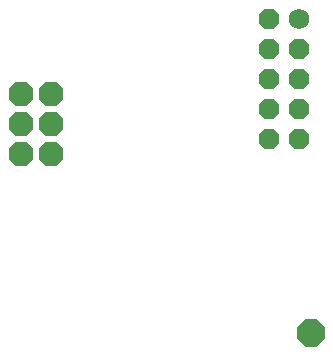
<source format=gbs>
G75*
G70*
%OFA0B0*%
%FSLAX24Y24*%
%IPPOS*%
%LPD*%
%AMOC8*
5,1,8,0,0,1.08239X$1,22.5*
%
%ADD10OC8,0.0820*%
%ADD11C,0.0680*%
%ADD12OC8,0.0680*%
%ADD13OC8,0.0907*%
D10*
X001480Y007280D03*
X001480Y008280D03*
X001480Y009280D03*
X002480Y009280D03*
X002480Y008280D03*
X002480Y007280D03*
D11*
X010730Y011780D03*
D12*
X010730Y010780D03*
X010730Y009780D03*
X010730Y008780D03*
X010730Y007780D03*
X009730Y007780D03*
X009730Y008780D03*
X009730Y009780D03*
X009730Y010780D03*
X009730Y011780D03*
D13*
X011130Y001330D03*
M02*

</source>
